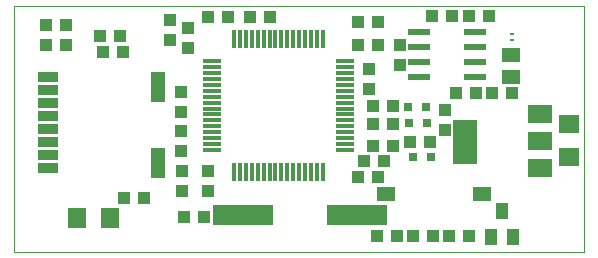
<source format=gtp>
G75*
G70*
%OFA0B0*%
%FSLAX24Y24*%
%IPPOS*%
%LPD*%
%AMOC8*
5,1,8,0,0,1.08239X$1,22.5*
%
%ADD10C,0.0000*%
%ADD11R,0.0118X0.0630*%
%ADD12R,0.0630X0.0118*%
%ADD13R,0.0790X0.0590*%
%ADD14R,0.0790X0.1500*%
%ADD15R,0.0394X0.0433*%
%ADD16R,0.0709X0.0630*%
%ADD17R,0.0780X0.0220*%
%ADD18R,0.0433X0.0394*%
%ADD19R,0.2000X0.0700*%
%ADD20R,0.0591X0.0512*%
%ADD21R,0.0394X0.0551*%
%ADD22R,0.0315X0.0315*%
%ADD23R,0.0630X0.0709*%
%ADD24R,0.0600X0.0500*%
%ADD25R,0.0169X0.0110*%
%ADD26R,0.0500X0.1000*%
%ADD27R,0.0660X0.0320*%
D10*
X001043Y000625D02*
X001043Y008833D01*
X020042Y008833D01*
X020042Y000625D01*
X001043Y000625D01*
D11*
X008373Y003295D03*
X008570Y003295D03*
X008767Y003295D03*
X008964Y003295D03*
X009160Y003295D03*
X009357Y003295D03*
X009554Y003295D03*
X009751Y003295D03*
X009948Y003295D03*
X010145Y003295D03*
X010341Y003295D03*
X010538Y003295D03*
X010735Y003295D03*
X010932Y003295D03*
X011129Y003295D03*
X011326Y003295D03*
X011326Y007705D03*
X011129Y007705D03*
X010932Y007705D03*
X010735Y007705D03*
X010538Y007705D03*
X010341Y007705D03*
X010145Y007705D03*
X009948Y007705D03*
X009751Y007705D03*
X009554Y007705D03*
X009357Y007705D03*
X009160Y007705D03*
X008964Y007705D03*
X008767Y007705D03*
X008570Y007705D03*
X008373Y007705D03*
D12*
X007645Y006976D03*
X007645Y006780D03*
X007645Y006583D03*
X007645Y006386D03*
X007645Y006189D03*
X007645Y005992D03*
X007645Y005795D03*
X007645Y005598D03*
X007645Y005402D03*
X007645Y005205D03*
X007645Y005008D03*
X007645Y004811D03*
X007645Y004614D03*
X007645Y004417D03*
X007645Y004220D03*
X007645Y004024D03*
X012054Y004024D03*
X012054Y004220D03*
X012054Y004417D03*
X012054Y004614D03*
X012054Y004811D03*
X012054Y005008D03*
X012054Y005205D03*
X012054Y005402D03*
X012054Y005598D03*
X012054Y005795D03*
X012054Y005992D03*
X012054Y006189D03*
X012054Y006386D03*
X012054Y006583D03*
X012054Y006780D03*
X012054Y006976D03*
D13*
X018564Y005210D03*
X018564Y004310D03*
X018564Y003410D03*
D14*
X016084Y004300D03*
D15*
X015399Y004690D03*
X014909Y004300D03*
X014240Y004300D03*
X013684Y004900D03*
X013015Y004900D03*
X013015Y005475D03*
X013684Y005475D03*
X012874Y006065D03*
X012874Y006735D03*
X013899Y006865D03*
X013899Y007535D03*
X013159Y008275D03*
X012490Y008275D03*
X009584Y008450D03*
X008915Y008450D03*
X004659Y007275D03*
X003990Y007275D03*
X002784Y007525D03*
X002115Y007525D03*
X002115Y008200D03*
X002784Y008200D03*
X003915Y007825D03*
X004584Y007825D03*
X007499Y003335D03*
X007499Y002665D03*
X012515Y003125D03*
X013184Y003125D03*
X014340Y001150D03*
X015009Y001150D03*
X015399Y005360D03*
X016965Y005925D03*
X017634Y005925D03*
X016859Y008475D03*
X016190Y008475D03*
D16*
X019524Y004876D03*
X019524Y003774D03*
D17*
X016404Y006450D03*
X016404Y006950D03*
X016404Y007450D03*
X016404Y007950D03*
X014544Y007950D03*
X014544Y007450D03*
X014544Y006950D03*
X014544Y006450D03*
D18*
X015765Y005925D03*
X016434Y005925D03*
X013159Y007525D03*
X012490Y007525D03*
X014965Y008500D03*
X015634Y008500D03*
X008159Y008450D03*
X007490Y008450D03*
X006849Y008085D03*
X006224Y008360D03*
X006224Y007690D03*
X006849Y007415D03*
X006599Y005960D03*
X006599Y005290D03*
X006599Y004660D03*
X006599Y003990D03*
X006624Y003335D03*
X006624Y002665D03*
X005359Y002425D03*
X004690Y002425D03*
X006715Y001775D03*
X007384Y001775D03*
X012715Y003650D03*
X013384Y003650D03*
X013684Y004150D03*
X013015Y004150D03*
X013140Y001150D03*
X013809Y001150D03*
X015540Y001150D03*
X016209Y001150D03*
D19*
X012474Y001850D03*
X008674Y001850D03*
D20*
X017599Y006451D03*
X017599Y007199D03*
D21*
X017299Y001983D03*
X016925Y001117D03*
X017673Y001117D03*
D22*
X014920Y003775D03*
X014329Y003775D03*
X014204Y004925D03*
X014795Y004925D03*
X014770Y005450D03*
X014179Y005450D03*
D23*
X004226Y001750D03*
X003123Y001750D03*
D24*
X013424Y002550D03*
X016624Y002550D03*
D25*
X017649Y007700D03*
X017649Y007900D03*
D26*
X005831Y006134D03*
X005831Y003594D03*
D27*
X002166Y003406D03*
X002166Y003839D03*
X002166Y004272D03*
X002166Y004705D03*
X002166Y005138D03*
X002166Y005571D03*
X002166Y006004D03*
X002166Y006437D03*
M02*

</source>
